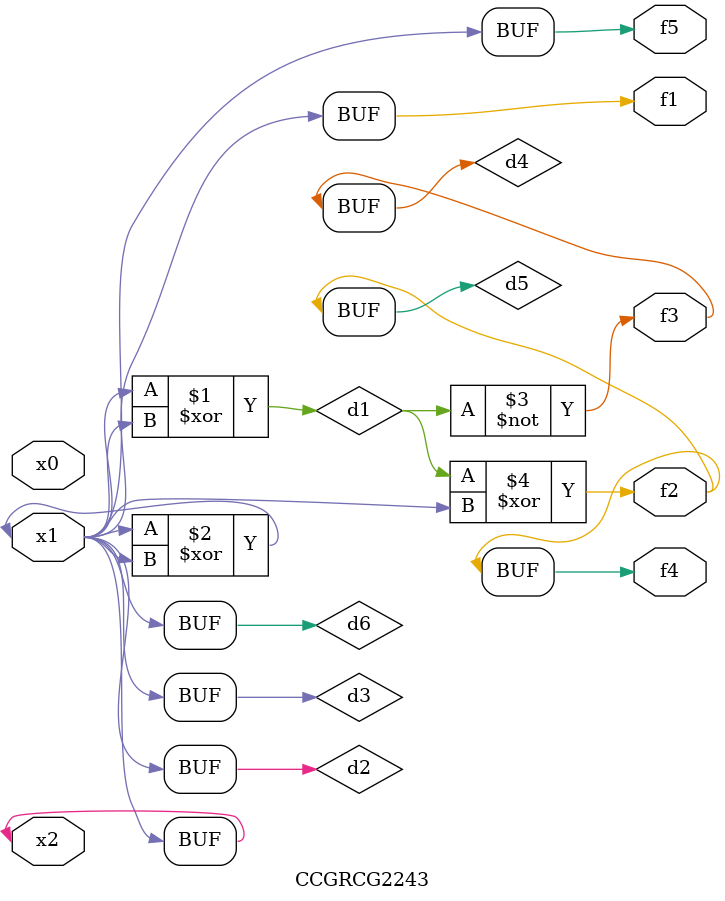
<source format=v>
module CCGRCG2243(
	input x0, x1, x2,
	output f1, f2, f3, f4, f5
);

	wire d1, d2, d3, d4, d5, d6;

	xor (d1, x1, x2);
	buf (d2, x1, x2);
	xor (d3, x1, x2);
	nor (d4, d1);
	xor (d5, d1, d2);
	buf (d6, d2, d3);
	assign f1 = d6;
	assign f2 = d5;
	assign f3 = d4;
	assign f4 = d5;
	assign f5 = d6;
endmodule

</source>
